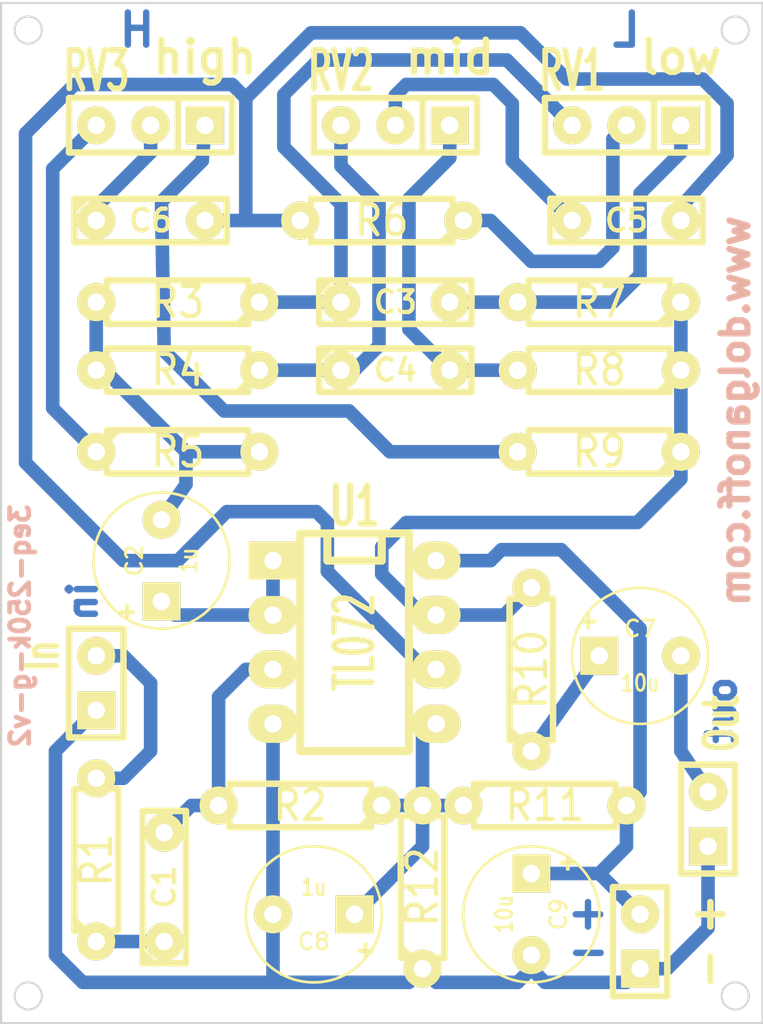
<source format=kicad_pcb>
(kicad_pcb (version 4) (host pcbnew "(2014-08-26 BZR 5101)-product")

  (general
    (links 44)
    (no_connects 0)
    (area 112.344999 76.149999 148.005001 123.875001)
    (thickness 1.6)
    (drawings 23)
    (tracks 141)
    (zones 0)
    (modules 28)
    (nets 22)
  )

  (page A4)
  (layers
    (0 F.Cu signal)
    (31 B.Cu signal)
    (32 B.Adhes user hide)
    (33 F.Adhes user hide)
    (34 B.Paste user hide)
    (35 F.Paste user hide)
    (36 B.SilkS user)
    (37 F.SilkS user)
    (38 B.Mask user)
    (39 F.Mask user)
    (40 Dwgs.User user)
    (41 Cmts.User user hide)
    (42 Eco1.User user hide)
    (43 Eco2.User user hide)
    (44 Edge.Cuts user)
    (45 Margin user hide)
    (46 B.CrtYd user hide)
    (47 F.CrtYd user hide)
    (48 B.Fab user hide)
    (49 F.Fab user hide)
  )

  (setup
    (last_trace_width 0.635)
    (trace_clearance 0.508)
    (zone_clearance 0.508)
    (zone_45_only no)
    (trace_min 0.254)
    (segment_width 0.2)
    (edge_width 0.1)
    (via_size 0.889)
    (via_drill 0.635)
    (via_min_size 0.889)
    (via_min_drill 0.508)
    (uvia_size 0.508)
    (uvia_drill 0.127)
    (uvias_allowed no)
    (uvia_min_size 0.508)
    (uvia_min_drill 0.127)
    (pcb_text_width 0.3)
    (pcb_text_size 1.5 1.5)
    (mod_edge_width 0.15)
    (mod_text_size 1 1)
    (mod_text_width 0.15)
    (pad_size 1.5 1.5)
    (pad_drill 0.6)
    (pad_to_mask_clearance 0)
    (aux_axis_origin 0 0)
    (visible_elements 7FFCFFFF)
    (pcbplotparams
      (layerselection 0x00000_80000000)
      (usegerberextensions false)
      (excludeedgelayer false)
      (linewidth 0.100000)
      (plotframeref false)
      (viasonmask false)
      (mode 1)
      (useauxorigin false)
      (hpglpennumber 1)
      (hpglpenspeed 20)
      (hpglpendiameter 15)
      (hpglpenoverlay 2)
      (psnegative false)
      (psa4output false)
      (plotreference true)
      (plotvalue false)
      (plotinvisibletext false)
      (padsonsilk true)
      (subtractmaskfromsilk false)
      (outputformat 4)
      (mirror true)
      (drillshape 2)
      (scaleselection 1)
      (outputdirectory ""))
  )

  (net 0 "")
  (net 1 "Net-(C1-Pad1)")
  (net 2 "Net-(C1-Pad2)")
  (net 3 "Net-(C2-Pad1)")
  (net 4 "Net-(C2-Pad2)")
  (net 5 "Net-(C3-Pad1)")
  (net 6 "Net-(C3-Pad2)")
  (net 7 "Net-(C4-Pad1)")
  (net 8 "Net-(C4-Pad2)")
  (net 9 "Net-(C5-Pad1)")
  (net 10 "Net-(C5-Pad2)")
  (net 11 "Net-(C6-Pad1)")
  (net 12 "Net-(C7-Pad1)")
  (net 13 "Net-(C7-Pad2)")
  (net 14 vRef)
  (net 15 GND)
  (net 16 v+)
  (net 17 "Net-(P1-Pad2)")
  (net 18 "Net-(R5-Pad1)")
  (net 19 "Net-(R6-Pad1)")
  (net 20 "Net-(R10-Pad2)")
  (net 21 "Net-(R9-Pad2)")

  (net_class Default "This is the default net class."
    (clearance 0.508)
    (trace_width 0.635)
    (via_dia 0.889)
    (via_drill 0.635)
    (uvia_dia 0.508)
    (uvia_drill 0.127)
    (add_net GND)
    (add_net "Net-(C1-Pad1)")
    (add_net "Net-(C1-Pad2)")
    (add_net "Net-(C2-Pad1)")
    (add_net "Net-(C2-Pad2)")
    (add_net "Net-(C3-Pad1)")
    (add_net "Net-(C3-Pad2)")
    (add_net "Net-(C4-Pad1)")
    (add_net "Net-(C4-Pad2)")
    (add_net "Net-(C5-Pad1)")
    (add_net "Net-(C5-Pad2)")
    (add_net "Net-(C6-Pad1)")
    (add_net "Net-(C7-Pad1)")
    (add_net "Net-(C7-Pad2)")
    (add_net "Net-(P1-Pad2)")
    (add_net "Net-(R10-Pad2)")
    (add_net "Net-(R5-Pad1)")
    (add_net "Net-(R6-Pad1)")
    (add_net "Net-(R9-Pad2)")
    (add_net v+)
    (add_net vRef)
  )

  (module Custom:C2-LARGE_PADS (layer F.Cu) (tedit 51B5A1DF) (tstamp 53FDE2E0)
    (at 120.015 117.475 90)
    (descr "Condensateur = 2 pas")
    (tags C)
    (path /53FDBB5C)
    (fp_text reference C1 (at 0 0 90) (layer F.SilkS)
      (effects (font (size 1.016 1.016) (thickness 0.2032)))
    )
    (fp_text value 0.1u (at 0 0 90) (layer F.SilkS) hide
      (effects (font (size 1.016 1.016) (thickness 0.2032)))
    )
    (fp_line (start -3.556 -1.016) (end 3.556 -1.016) (layer F.SilkS) (width 0.3048))
    (fp_line (start 3.556 -1.016) (end 3.556 1.016) (layer F.SilkS) (width 0.3048))
    (fp_line (start 3.556 1.016) (end -3.556 1.016) (layer F.SilkS) (width 0.3048))
    (fp_line (start -3.556 1.016) (end -3.556 -1.016) (layer F.SilkS) (width 0.3048))
    (fp_line (start -3.556 -0.508) (end -3.048 -1.016) (layer F.SilkS) (width 0.3048))
    (pad 1 thru_hole circle (at -2.54 0 90) (size 1.778 1.778) (drill 0.8128) (layers *.Cu *.Mask F.SilkS)
      (net 1 "Net-(C1-Pad1)"))
    (pad 2 thru_hole circle (at 2.54 0 90) (size 1.778 1.778) (drill 0.8128) (layers *.Cu *.Mask F.SilkS)
      (net 2 "Net-(C1-Pad2)"))
    (model discret/capa_2pas_5x5mm.wrl
      (at (xyz 0 0 0))
      (scale (xyz 1 1 1))
      (rotate (xyz 0 0 0))
    )
  )

  (module Custom:C1.5V7-LARGE_PADS (layer F.Cu) (tedit 53FDDD10) (tstamp 53FDE2E8)
    (at 119.888 102.235 90)
    (descr "Condensateur e = 1.5 pas")
    (tags C)
    (path /53FE7685)
    (fp_text reference C2 (at 0 -1.26746 90) (layer F.SilkS)
      (effects (font (size 0.762 0.762) (thickness 0.127)))
    )
    (fp_text value 1u (at 0 1.27 90) (layer F.SilkS)
      (effects (font (size 0.762 0.635) (thickness 0.127)))
    )
    (fp_text user + (at -2.413 -1.651 90) (layer F.SilkS)
      (effects (font (size 0.762 0.762) (thickness 0.2032)))
    )
    (fp_circle (center 0 0) (end 0.127 -3.175) (layer F.SilkS) (width 0.127))
    (pad 1 thru_hole rect (at -1.905 0 90) (size 1.778 1.778) (drill 0.8128) (layers *.Cu *.Mask F.SilkS)
      (net 3 "Net-(C2-Pad1)"))
    (pad 2 thru_hole circle (at 1.905 0 90) (size 1.778 1.778) (drill 0.8128) (layers *.Cu *.Mask F.SilkS)
      (net 4 "Net-(C2-Pad2)"))
    (model discret/c_vert_c1v5.wrl
      (at (xyz 0 0 0))
      (scale (xyz 1.5 1.5 1.5))
      (rotate (xyz 0 0 0))
    )
  )

  (module Custom:C2-LARGE_PADS (layer F.Cu) (tedit 51B5A1DF) (tstamp 53FDE2F3)
    (at 130.81 90.17)
    (descr "Condensateur = 2 pas")
    (tags C)
    (path /53FDC2BE)
    (fp_text reference C3 (at 0 0) (layer F.SilkS)
      (effects (font (size 1.016 1.016) (thickness 0.2032)))
    )
    (fp_text value 4.7n (at 0 0) (layer F.SilkS) hide
      (effects (font (size 1.016 1.016) (thickness 0.2032)))
    )
    (fp_line (start -3.556 -1.016) (end 3.556 -1.016) (layer F.SilkS) (width 0.3048))
    (fp_line (start 3.556 -1.016) (end 3.556 1.016) (layer F.SilkS) (width 0.3048))
    (fp_line (start 3.556 1.016) (end -3.556 1.016) (layer F.SilkS) (width 0.3048))
    (fp_line (start -3.556 1.016) (end -3.556 -1.016) (layer F.SilkS) (width 0.3048))
    (fp_line (start -3.556 -0.508) (end -3.048 -1.016) (layer F.SilkS) (width 0.3048))
    (pad 1 thru_hole circle (at -2.54 0) (size 1.778 1.778) (drill 0.8128) (layers *.Cu *.Mask F.SilkS)
      (net 5 "Net-(C3-Pad1)"))
    (pad 2 thru_hole circle (at 2.54 0) (size 1.778 1.778) (drill 0.8128) (layers *.Cu *.Mask F.SilkS)
      (net 6 "Net-(C3-Pad2)"))
    (model discret/capa_2pas_5x5mm.wrl
      (at (xyz 0 0 0))
      (scale (xyz 1 1 1))
      (rotate (xyz 0 0 0))
    )
  )

  (module Custom:C2-LARGE_PADS (layer F.Cu) (tedit 51B5A1DF) (tstamp 53FDE2FE)
    (at 130.81 93.345)
    (descr "Condensateur = 2 pas")
    (tags C)
    (path /53FDC47C)
    (fp_text reference C4 (at 0 0) (layer F.SilkS)
      (effects (font (size 1.016 1.016) (thickness 0.2032)))
    )
    (fp_text value 680p (at 0 0) (layer F.SilkS) hide
      (effects (font (size 1.016 1.016) (thickness 0.2032)))
    )
    (fp_line (start -3.556 -1.016) (end 3.556 -1.016) (layer F.SilkS) (width 0.3048))
    (fp_line (start 3.556 -1.016) (end 3.556 1.016) (layer F.SilkS) (width 0.3048))
    (fp_line (start 3.556 1.016) (end -3.556 1.016) (layer F.SilkS) (width 0.3048))
    (fp_line (start -3.556 1.016) (end -3.556 -1.016) (layer F.SilkS) (width 0.3048))
    (fp_line (start -3.556 -0.508) (end -3.048 -1.016) (layer F.SilkS) (width 0.3048))
    (pad 1 thru_hole circle (at -2.54 0) (size 1.778 1.778) (drill 0.8128) (layers *.Cu *.Mask F.SilkS)
      (net 7 "Net-(C4-Pad1)"))
    (pad 2 thru_hole circle (at 2.54 0) (size 1.778 1.778) (drill 0.8128) (layers *.Cu *.Mask F.SilkS)
      (net 8 "Net-(C4-Pad2)"))
    (model discret/capa_2pas_5x5mm.wrl
      (at (xyz 0 0 0))
      (scale (xyz 1 1 1))
      (rotate (xyz 0 0 0))
    )
  )

  (module Custom:C2-LARGE_PADS (layer F.Cu) (tedit 51B5A1DF) (tstamp 53FDE309)
    (at 141.605 86.36)
    (descr "Condensateur = 2 pas")
    (tags C)
    (path /53FDCAA8)
    (fp_text reference C5 (at 0 0) (layer F.SilkS)
      (effects (font (size 1.016 1.016) (thickness 0.2032)))
    )
    (fp_text value 4.7n (at 0 0) (layer F.SilkS) hide
      (effects (font (size 1.016 1.016) (thickness 0.2032)))
    )
    (fp_line (start -3.556 -1.016) (end 3.556 -1.016) (layer F.SilkS) (width 0.3048))
    (fp_line (start 3.556 -1.016) (end 3.556 1.016) (layer F.SilkS) (width 0.3048))
    (fp_line (start 3.556 1.016) (end -3.556 1.016) (layer F.SilkS) (width 0.3048))
    (fp_line (start -3.556 1.016) (end -3.556 -1.016) (layer F.SilkS) (width 0.3048))
    (fp_line (start -3.556 -0.508) (end -3.048 -1.016) (layer F.SilkS) (width 0.3048))
    (pad 1 thru_hole circle (at -2.54 0) (size 1.778 1.778) (drill 0.8128) (layers *.Cu *.Mask F.SilkS)
      (net 9 "Net-(C5-Pad1)"))
    (pad 2 thru_hole circle (at 2.54 0) (size 1.778 1.778) (drill 0.8128) (layers *.Cu *.Mask F.SilkS)
      (net 10 "Net-(C5-Pad2)"))
    (model discret/capa_2pas_5x5mm.wrl
      (at (xyz 0 0 0))
      (scale (xyz 1 1 1))
      (rotate (xyz 0 0 0))
    )
  )

  (module Custom:C2-LARGE_PADS (layer F.Cu) (tedit 51B5A1DF) (tstamp 53FDE314)
    (at 119.38 86.36)
    (descr "Condensateur = 2 pas")
    (tags C)
    (path /53FDCDDD)
    (fp_text reference C6 (at 0 0) (layer F.SilkS)
      (effects (font (size 1.016 1.016) (thickness 0.2032)))
    )
    (fp_text value 680p (at 0 0) (layer F.SilkS) hide
      (effects (font (size 1.016 1.016) (thickness 0.2032)))
    )
    (fp_line (start -3.556 -1.016) (end 3.556 -1.016) (layer F.SilkS) (width 0.3048))
    (fp_line (start 3.556 -1.016) (end 3.556 1.016) (layer F.SilkS) (width 0.3048))
    (fp_line (start 3.556 1.016) (end -3.556 1.016) (layer F.SilkS) (width 0.3048))
    (fp_line (start -3.556 1.016) (end -3.556 -1.016) (layer F.SilkS) (width 0.3048))
    (fp_line (start -3.556 -0.508) (end -3.048 -1.016) (layer F.SilkS) (width 0.3048))
    (pad 1 thru_hole circle (at -2.54 0) (size 1.778 1.778) (drill 0.8128) (layers *.Cu *.Mask F.SilkS)
      (net 11 "Net-(C6-Pad1)"))
    (pad 2 thru_hole circle (at 2.54 0) (size 1.778 1.778) (drill 0.8128) (layers *.Cu *.Mask F.SilkS)
      (net 10 "Net-(C5-Pad2)"))
    (model discret/capa_2pas_5x5mm.wrl
      (at (xyz 0 0 0))
      (scale (xyz 1 1 1))
      (rotate (xyz 0 0 0))
    )
  )

  (module Custom:C1.5V7-LARGE_PADS (layer F.Cu) (tedit 53FDDD10) (tstamp 53FFC72C)
    (at 142.24 106.68)
    (descr "Condensateur e = 1.5 pas")
    (tags C)
    (path /53FDE111)
    (fp_text reference C7 (at 0 -1.26746) (layer F.SilkS)
      (effects (font (size 0.762 0.762) (thickness 0.127)))
    )
    (fp_text value 10u (at 0 1.27) (layer F.SilkS)
      (effects (font (size 0.762 0.635) (thickness 0.127)))
    )
    (fp_text user + (at -2.413 -1.651) (layer F.SilkS)
      (effects (font (size 0.762 0.762) (thickness 0.2032)))
    )
    (fp_circle (center 0 0) (end 0.127 -3.175) (layer F.SilkS) (width 0.127))
    (pad 1 thru_hole rect (at -1.905 0) (size 1.778 1.778) (drill 0.8128) (layers *.Cu *.Mask F.SilkS)
      (net 12 "Net-(C7-Pad1)"))
    (pad 2 thru_hole circle (at 1.905 0) (size 1.778 1.778) (drill 0.8128) (layers *.Cu *.Mask F.SilkS)
      (net 13 "Net-(C7-Pad2)"))
    (model discret/c_vert_c1v5.wrl
      (at (xyz 0 0 0))
      (scale (xyz 1.5 1.5 1.5))
      (rotate (xyz 0 0 0))
    )
  )

  (module Custom:C1.5V7-LARGE_PADS (layer F.Cu) (tedit 53FDDD10) (tstamp 53FDE324)
    (at 127 118.745 180)
    (descr "Condensateur e = 1.5 pas")
    (tags C)
    (path /53FDFA0B)
    (fp_text reference C8 (at 0 -1.26746 180) (layer F.SilkS)
      (effects (font (size 0.762 0.762) (thickness 0.127)))
    )
    (fp_text value 1u (at 0 1.27 180) (layer F.SilkS)
      (effects (font (size 0.762 0.635) (thickness 0.127)))
    )
    (fp_text user + (at -2.413 -1.651 180) (layer F.SilkS)
      (effects (font (size 0.762 0.762) (thickness 0.2032)))
    )
    (fp_circle (center 0 0) (end 0.127 -3.175) (layer F.SilkS) (width 0.127))
    (pad 1 thru_hole rect (at -1.905 0 180) (size 1.778 1.778) (drill 0.8128) (layers *.Cu *.Mask F.SilkS)
      (net 14 vRef))
    (pad 2 thru_hole circle (at 1.905 0 180) (size 1.778 1.778) (drill 0.8128) (layers *.Cu *.Mask F.SilkS)
      (net 15 GND))
    (model discret/c_vert_c1v5.wrl
      (at (xyz 0 0 0))
      (scale (xyz 1.5 1.5 1.5))
      (rotate (xyz 0 0 0))
    )
  )

  (module Custom:C1.5V7-LARGE_PADS (layer F.Cu) (tedit 53FDDD10) (tstamp 53FDE32C)
    (at 137.16 118.745 270)
    (descr "Condensateur e = 1.5 pas")
    (tags C)
    (path /53FDFBF8)
    (fp_text reference C9 (at 0 -1.26746 270) (layer F.SilkS)
      (effects (font (size 0.762 0.762) (thickness 0.127)))
    )
    (fp_text value 10u (at 0 1.27 270) (layer F.SilkS)
      (effects (font (size 0.762 0.635) (thickness 0.127)))
    )
    (fp_text user + (at -2.413 -1.651 270) (layer F.SilkS)
      (effects (font (size 0.762 0.762) (thickness 0.2032)))
    )
    (fp_circle (center 0 0) (end 0.127 -3.175) (layer F.SilkS) (width 0.127))
    (pad 1 thru_hole rect (at -1.905 0 270) (size 1.778 1.778) (drill 0.8128) (layers *.Cu *.Mask F.SilkS)
      (net 16 v+))
    (pad 2 thru_hole circle (at 1.905 0 270) (size 1.778 1.778) (drill 0.8128) (layers *.Cu *.Mask F.SilkS)
      (net 15 GND))
    (model discret/c_vert_c1v5.wrl
      (at (xyz 0 0 0))
      (scale (xyz 1.5 1.5 1.5))
      (rotate (xyz 0 0 0))
    )
  )

  (module Custom:SIL-2-LARGE_PADS (layer F.Cu) (tedit 53FE459A) (tstamp 53FDE336)
    (at 116.84 107.95 90)
    (descr "Connecteurs 2 pins")
    (tags "CONN DEV")
    (path /53FDEDC6)
    (fp_text reference P1 (at 0 -2.54 90) (layer F.SilkS) hide
      (effects (font (size 1.72974 1.08712) (thickness 0.27178)))
    )
    (fp_text value In (at 1.27 -2.54 90) (layer F.SilkS)
      (effects (font (size 1.524 1.016) (thickness 0.254)))
    )
    (fp_line (start -2.54 1.27) (end -2.54 -1.27) (layer F.SilkS) (width 0.3048))
    (fp_line (start -2.54 -1.27) (end 2.54 -1.27) (layer F.SilkS) (width 0.3048))
    (fp_line (start 2.54 -1.27) (end 2.54 1.27) (layer F.SilkS) (width 0.3048))
    (fp_line (start 2.54 1.27) (end -2.54 1.27) (layer F.SilkS) (width 0.3048))
    (pad 1 thru_hole rect (at -1.27 0 90) (size 1.778 1.778) (drill 0.8128) (layers *.Cu *.Mask F.SilkS)
      (net 15 GND))
    (pad 2 thru_hole circle (at 1.27 0 90) (size 1.778 1.778) (drill 0.8128) (layers *.Cu *.Mask F.SilkS)
      (net 17 "Net-(P1-Pad2)"))
  )

  (module Custom:SIL-2-LARGE_PADS (layer F.Cu) (tedit 53FE45B1) (tstamp 53FDE340)
    (at 145.415 114.3 90)
    (descr "Connecteurs 2 pins")
    (tags "CONN DEV")
    (path /53FDE8A1)
    (fp_text reference P2 (at 2.54 -2.54 90) (layer F.SilkS) hide
      (effects (font (size 1.72974 1.08712) (thickness 0.27178)))
    )
    (fp_text value Out (at 4.445 0.635 90) (layer F.SilkS)
      (effects (font (size 1.524 1.016) (thickness 0.254)))
    )
    (fp_line (start -2.54 1.27) (end -2.54 -1.27) (layer F.SilkS) (width 0.3048))
    (fp_line (start -2.54 -1.27) (end 2.54 -1.27) (layer F.SilkS) (width 0.3048))
    (fp_line (start 2.54 -1.27) (end 2.54 1.27) (layer F.SilkS) (width 0.3048))
    (fp_line (start 2.54 1.27) (end -2.54 1.27) (layer F.SilkS) (width 0.3048))
    (pad 1 thru_hole rect (at -1.27 0 90) (size 1.778 1.778) (drill 0.8128) (layers *.Cu *.Mask F.SilkS)
      (net 15 GND))
    (pad 2 thru_hole circle (at 1.27 0 90) (size 1.778 1.778) (drill 0.8128) (layers *.Cu *.Mask F.SilkS)
      (net 13 "Net-(C7-Pad2)"))
  )

  (module Custom:SIL-2-LARGE_PADS (layer F.Cu) (tedit 53FE3610) (tstamp 53FDE34A)
    (at 142.24 120.015 90)
    (descr "Connecteurs 2 pins")
    (tags "CONN DEV")
    (path /53FE0641)
    (fp_text reference P3 (at 0 -2.54 90) (layer F.SilkS) hide
      (effects (font (size 1.72974 1.08712) (thickness 0.27178)))
    )
    (fp_text value Power (at 0 -2.54 90) (layer F.SilkS) hide
      (effects (font (size 1.524 1.016) (thickness 0.3048)))
    )
    (fp_line (start -2.54 1.27) (end -2.54 -1.27) (layer F.SilkS) (width 0.3048))
    (fp_line (start -2.54 -1.27) (end 2.54 -1.27) (layer F.SilkS) (width 0.3048))
    (fp_line (start 2.54 -1.27) (end 2.54 1.27) (layer F.SilkS) (width 0.3048))
    (fp_line (start 2.54 1.27) (end -2.54 1.27) (layer F.SilkS) (width 0.3048))
    (pad 1 thru_hole rect (at -1.27 0 90) (size 1.778 1.778) (drill 0.8128) (layers *.Cu *.Mask F.SilkS)
      (net 15 GND))
    (pad 2 thru_hole circle (at 1.27 0 90) (size 1.778 1.778) (drill 0.8128) (layers *.Cu *.Mask F.SilkS)
      (net 16 v+))
  )

  (module Custom:R3-LARGE_PADS (layer F.Cu) (tedit 51B5A1F4) (tstamp 53FDE358)
    (at 116.84 116.205 90)
    (descr "Resitance 3 pas")
    (tags R)
    (path /53FDBB22)
    (autoplace_cost180 10)
    (fp_text reference R1 (at 0 0 90) (layer F.SilkS)
      (effects (font (size 1.397 1.27) (thickness 0.2032)))
    )
    (fp_text value 1K (at 0 0 90) (layer F.SilkS) hide
      (effects (font (size 1.397 1.27) (thickness 0.2032)))
    )
    (fp_line (start -3.81 0) (end -3.302 0) (layer F.SilkS) (width 0.3048))
    (fp_line (start 3.81 0) (end 3.302 0) (layer F.SilkS) (width 0.3048))
    (fp_line (start 3.302 0) (end 3.302 -1.016) (layer F.SilkS) (width 0.3048))
    (fp_line (start 3.302 -1.016) (end -3.302 -1.016) (layer F.SilkS) (width 0.3048))
    (fp_line (start -3.302 -1.016) (end -3.302 1.016) (layer F.SilkS) (width 0.3048))
    (fp_line (start -3.302 1.016) (end 3.302 1.016) (layer F.SilkS) (width 0.3048))
    (fp_line (start 3.302 1.016) (end 3.302 0) (layer F.SilkS) (width 0.3048))
    (fp_line (start -3.302 -0.508) (end -2.794 -1.016) (layer F.SilkS) (width 0.3048))
    (pad 1 thru_hole circle (at -3.81 0 90) (size 1.778 1.778) (drill 0.8128) (layers *.Cu *.Mask F.SilkS)
      (net 1 "Net-(C1-Pad1)"))
    (pad 2 thru_hole circle (at 3.81 0 90) (size 1.778 1.778) (drill 0.8128) (layers *.Cu *.Mask F.SilkS)
      (net 17 "Net-(P1-Pad2)"))
    (model discret/resistor.wrl
      (at (xyz 0 0 0))
      (scale (xyz 0.3 0.3 0.3))
      (rotate (xyz 0 0 0))
    )
  )

  (module Custom:R3-LARGE_PADS (layer F.Cu) (tedit 51B5A1F4) (tstamp 53FDE366)
    (at 126.365 113.665 180)
    (descr "Resitance 3 pas")
    (tags R)
    (path /53FDBBE1)
    (autoplace_cost180 10)
    (fp_text reference R2 (at 0 0 180) (layer F.SilkS)
      (effects (font (size 1.397 1.27) (thickness 0.2032)))
    )
    (fp_text value 5Meg (at 0 0 180) (layer F.SilkS) hide
      (effects (font (size 1.397 1.27) (thickness 0.2032)))
    )
    (fp_line (start -3.81 0) (end -3.302 0) (layer F.SilkS) (width 0.3048))
    (fp_line (start 3.81 0) (end 3.302 0) (layer F.SilkS) (width 0.3048))
    (fp_line (start 3.302 0) (end 3.302 -1.016) (layer F.SilkS) (width 0.3048))
    (fp_line (start 3.302 -1.016) (end -3.302 -1.016) (layer F.SilkS) (width 0.3048))
    (fp_line (start -3.302 -1.016) (end -3.302 1.016) (layer F.SilkS) (width 0.3048))
    (fp_line (start -3.302 1.016) (end 3.302 1.016) (layer F.SilkS) (width 0.3048))
    (fp_line (start 3.302 1.016) (end 3.302 0) (layer F.SilkS) (width 0.3048))
    (fp_line (start -3.302 -0.508) (end -2.794 -1.016) (layer F.SilkS) (width 0.3048))
    (pad 1 thru_hole circle (at -3.81 0 180) (size 1.778 1.778) (drill 0.8128) (layers *.Cu *.Mask F.SilkS)
      (net 14 vRef))
    (pad 2 thru_hole circle (at 3.81 0 180) (size 1.778 1.778) (drill 0.8128) (layers *.Cu *.Mask F.SilkS)
      (net 2 "Net-(C1-Pad2)"))
    (model discret/resistor.wrl
      (at (xyz 0 0 0))
      (scale (xyz 0.3 0.3 0.3))
      (rotate (xyz 0 0 0))
    )
  )

  (module Custom:R3-LARGE_PADS (layer F.Cu) (tedit 51B5A1F4) (tstamp 53FDE374)
    (at 120.65 90.17 180)
    (descr "Resitance 3 pas")
    (tags R)
    (path /53FDC007)
    (autoplace_cost180 10)
    (fp_text reference R3 (at 0 0 180) (layer F.SilkS)
      (effects (font (size 1.397 1.27) (thickness 0.2032)))
    )
    (fp_text value 47K (at 0 0 180) (layer F.SilkS) hide
      (effects (font (size 1.397 1.27) (thickness 0.2032)))
    )
    (fp_line (start -3.81 0) (end -3.302 0) (layer F.SilkS) (width 0.3048))
    (fp_line (start 3.81 0) (end 3.302 0) (layer F.SilkS) (width 0.3048))
    (fp_line (start 3.302 0) (end 3.302 -1.016) (layer F.SilkS) (width 0.3048))
    (fp_line (start 3.302 -1.016) (end -3.302 -1.016) (layer F.SilkS) (width 0.3048))
    (fp_line (start -3.302 -1.016) (end -3.302 1.016) (layer F.SilkS) (width 0.3048))
    (fp_line (start -3.302 1.016) (end 3.302 1.016) (layer F.SilkS) (width 0.3048))
    (fp_line (start 3.302 1.016) (end 3.302 0) (layer F.SilkS) (width 0.3048))
    (fp_line (start -3.302 -0.508) (end -2.794 -1.016) (layer F.SilkS) (width 0.3048))
    (pad 1 thru_hole circle (at -3.81 0 180) (size 1.778 1.778) (drill 0.8128) (layers *.Cu *.Mask F.SilkS)
      (net 5 "Net-(C3-Pad1)"))
    (pad 2 thru_hole circle (at 3.81 0 180) (size 1.778 1.778) (drill 0.8128) (layers *.Cu *.Mask F.SilkS)
      (net 4 "Net-(C2-Pad2)"))
    (model discret/resistor.wrl
      (at (xyz 0 0 0))
      (scale (xyz 0.3 0.3 0.3))
      (rotate (xyz 0 0 0))
    )
  )

  (module Custom:R3-LARGE_PADS (layer F.Cu) (tedit 51B5A1F4) (tstamp 53FDE382)
    (at 120.65 93.345 180)
    (descr "Resitance 3 pas")
    (tags R)
    (path /53FDC033)
    (autoplace_cost180 10)
    (fp_text reference R4 (at 0 0 180) (layer F.SilkS)
      (effects (font (size 1.397 1.27) (thickness 0.2032)))
    )
    (fp_text value 15K (at 0 0 180) (layer F.SilkS) hide
      (effects (font (size 1.397 1.27) (thickness 0.2032)))
    )
    (fp_line (start -3.81 0) (end -3.302 0) (layer F.SilkS) (width 0.3048))
    (fp_line (start 3.81 0) (end 3.302 0) (layer F.SilkS) (width 0.3048))
    (fp_line (start 3.302 0) (end 3.302 -1.016) (layer F.SilkS) (width 0.3048))
    (fp_line (start 3.302 -1.016) (end -3.302 -1.016) (layer F.SilkS) (width 0.3048))
    (fp_line (start -3.302 -1.016) (end -3.302 1.016) (layer F.SilkS) (width 0.3048))
    (fp_line (start -3.302 1.016) (end 3.302 1.016) (layer F.SilkS) (width 0.3048))
    (fp_line (start 3.302 1.016) (end 3.302 0) (layer F.SilkS) (width 0.3048))
    (fp_line (start -3.302 -0.508) (end -2.794 -1.016) (layer F.SilkS) (width 0.3048))
    (pad 1 thru_hole circle (at -3.81 0 180) (size 1.778 1.778) (drill 0.8128) (layers *.Cu *.Mask F.SilkS)
      (net 7 "Net-(C4-Pad1)"))
    (pad 2 thru_hole circle (at 3.81 0 180) (size 1.778 1.778) (drill 0.8128) (layers *.Cu *.Mask F.SilkS)
      (net 4 "Net-(C2-Pad2)"))
    (model discret/resistor.wrl
      (at (xyz 0 0 0))
      (scale (xyz 0.3 0.3 0.3))
      (rotate (xyz 0 0 0))
    )
  )

  (module Custom:R3-LARGE_PADS (layer F.Cu) (tedit 51B5A1F4) (tstamp 53FDE390)
    (at 120.65 97.155)
    (descr "Resitance 3 pas")
    (tags R)
    (path /53FDCD67)
    (autoplace_cost180 10)
    (fp_text reference R5 (at 0 0) (layer F.SilkS)
      (effects (font (size 1.397 1.27) (thickness 0.2032)))
    )
    (fp_text value 10K (at 0 0) (layer F.SilkS) hide
      (effects (font (size 1.397 1.27) (thickness 0.2032)))
    )
    (fp_line (start -3.81 0) (end -3.302 0) (layer F.SilkS) (width 0.3048))
    (fp_line (start 3.81 0) (end 3.302 0) (layer F.SilkS) (width 0.3048))
    (fp_line (start 3.302 0) (end 3.302 -1.016) (layer F.SilkS) (width 0.3048))
    (fp_line (start 3.302 -1.016) (end -3.302 -1.016) (layer F.SilkS) (width 0.3048))
    (fp_line (start -3.302 -1.016) (end -3.302 1.016) (layer F.SilkS) (width 0.3048))
    (fp_line (start -3.302 1.016) (end 3.302 1.016) (layer F.SilkS) (width 0.3048))
    (fp_line (start 3.302 1.016) (end 3.302 0) (layer F.SilkS) (width 0.3048))
    (fp_line (start -3.302 -0.508) (end -2.794 -1.016) (layer F.SilkS) (width 0.3048))
    (pad 1 thru_hole circle (at -3.81 0) (size 1.778 1.778) (drill 0.8128) (layers *.Cu *.Mask F.SilkS)
      (net 18 "Net-(R5-Pad1)"))
    (pad 2 thru_hole circle (at 3.81 0) (size 1.778 1.778) (drill 0.8128) (layers *.Cu *.Mask F.SilkS)
      (net 4 "Net-(C2-Pad2)"))
    (model discret/resistor.wrl
      (at (xyz 0 0 0))
      (scale (xyz 0.3 0.3 0.3))
      (rotate (xyz 0 0 0))
    )
  )

  (module Custom:R3-LARGE_PADS (layer F.Cu) (tedit 51B5A1F4) (tstamp 53FDE39E)
    (at 130.175 86.36 180)
    (descr "Resitance 3 pas")
    (tags R)
    (path /53FDC703)
    (autoplace_cost180 10)
    (fp_text reference R6 (at 0 0 180) (layer F.SilkS)
      (effects (font (size 1.397 1.27) (thickness 0.2032)))
    )
    (fp_text value 22K (at 0 0 180) (layer F.SilkS) hide
      (effects (font (size 1.397 1.27) (thickness 0.2032)))
    )
    (fp_line (start -3.81 0) (end -3.302 0) (layer F.SilkS) (width 0.3048))
    (fp_line (start 3.81 0) (end 3.302 0) (layer F.SilkS) (width 0.3048))
    (fp_line (start 3.302 0) (end 3.302 -1.016) (layer F.SilkS) (width 0.3048))
    (fp_line (start 3.302 -1.016) (end -3.302 -1.016) (layer F.SilkS) (width 0.3048))
    (fp_line (start -3.302 -1.016) (end -3.302 1.016) (layer F.SilkS) (width 0.3048))
    (fp_line (start -3.302 1.016) (end 3.302 1.016) (layer F.SilkS) (width 0.3048))
    (fp_line (start 3.302 1.016) (end 3.302 0) (layer F.SilkS) (width 0.3048))
    (fp_line (start -3.302 -0.508) (end -2.794 -1.016) (layer F.SilkS) (width 0.3048))
    (pad 1 thru_hole circle (at -3.81 0 180) (size 1.778 1.778) (drill 0.8128) (layers *.Cu *.Mask F.SilkS)
      (net 19 "Net-(R6-Pad1)"))
    (pad 2 thru_hole circle (at 3.81 0 180) (size 1.778 1.778) (drill 0.8128) (layers *.Cu *.Mask F.SilkS)
      (net 10 "Net-(C5-Pad2)"))
    (model discret/resistor.wrl
      (at (xyz 0 0 0))
      (scale (xyz 0.3 0.3 0.3))
      (rotate (xyz 0 0 0))
    )
  )

  (module Custom:R3-LARGE_PADS (layer F.Cu) (tedit 51B5A1F4) (tstamp 53FDE3AC)
    (at 140.335 90.17 180)
    (descr "Resitance 3 pas")
    (tags R)
    (path /53FDC2F0)
    (autoplace_cost180 10)
    (fp_text reference R7 (at 0 0 180) (layer F.SilkS)
      (effects (font (size 1.397 1.27) (thickness 0.2032)))
    )
    (fp_text value 47K (at 0 0 180) (layer F.SilkS) hide
      (effects (font (size 1.397 1.27) (thickness 0.2032)))
    )
    (fp_line (start -3.81 0) (end -3.302 0) (layer F.SilkS) (width 0.3048))
    (fp_line (start 3.81 0) (end 3.302 0) (layer F.SilkS) (width 0.3048))
    (fp_line (start 3.302 0) (end 3.302 -1.016) (layer F.SilkS) (width 0.3048))
    (fp_line (start 3.302 -1.016) (end -3.302 -1.016) (layer F.SilkS) (width 0.3048))
    (fp_line (start -3.302 -1.016) (end -3.302 1.016) (layer F.SilkS) (width 0.3048))
    (fp_line (start -3.302 1.016) (end 3.302 1.016) (layer F.SilkS) (width 0.3048))
    (fp_line (start 3.302 1.016) (end 3.302 0) (layer F.SilkS) (width 0.3048))
    (fp_line (start -3.302 -0.508) (end -2.794 -1.016) (layer F.SilkS) (width 0.3048))
    (pad 1 thru_hole circle (at -3.81 0 180) (size 1.778 1.778) (drill 0.8128) (layers *.Cu *.Mask F.SilkS)
      (net 20 "Net-(R10-Pad2)"))
    (pad 2 thru_hole circle (at 3.81 0 180) (size 1.778 1.778) (drill 0.8128) (layers *.Cu *.Mask F.SilkS)
      (net 6 "Net-(C3-Pad2)"))
    (model discret/resistor.wrl
      (at (xyz 0 0 0))
      (scale (xyz 0.3 0.3 0.3))
      (rotate (xyz 0 0 0))
    )
  )

  (module Custom:R3-LARGE_PADS (layer F.Cu) (tedit 51B5A1F4) (tstamp 53FDE3BA)
    (at 140.335 93.345 180)
    (descr "Resitance 3 pas")
    (tags R)
    (path /53FDC506)
    (autoplace_cost180 10)
    (fp_text reference R8 (at 0 0 180) (layer F.SilkS)
      (effects (font (size 1.397 1.27) (thickness 0.2032)))
    )
    (fp_text value 15K (at 0 0 180) (layer F.SilkS) hide
      (effects (font (size 1.397 1.27) (thickness 0.2032)))
    )
    (fp_line (start -3.81 0) (end -3.302 0) (layer F.SilkS) (width 0.3048))
    (fp_line (start 3.81 0) (end 3.302 0) (layer F.SilkS) (width 0.3048))
    (fp_line (start 3.302 0) (end 3.302 -1.016) (layer F.SilkS) (width 0.3048))
    (fp_line (start 3.302 -1.016) (end -3.302 -1.016) (layer F.SilkS) (width 0.3048))
    (fp_line (start -3.302 -1.016) (end -3.302 1.016) (layer F.SilkS) (width 0.3048))
    (fp_line (start -3.302 1.016) (end 3.302 1.016) (layer F.SilkS) (width 0.3048))
    (fp_line (start 3.302 1.016) (end 3.302 0) (layer F.SilkS) (width 0.3048))
    (fp_line (start -3.302 -0.508) (end -2.794 -1.016) (layer F.SilkS) (width 0.3048))
    (pad 1 thru_hole circle (at -3.81 0 180) (size 1.778 1.778) (drill 0.8128) (layers *.Cu *.Mask F.SilkS)
      (net 20 "Net-(R10-Pad2)"))
    (pad 2 thru_hole circle (at 3.81 0 180) (size 1.778 1.778) (drill 0.8128) (layers *.Cu *.Mask F.SilkS)
      (net 8 "Net-(C4-Pad2)"))
    (model discret/resistor.wrl
      (at (xyz 0 0 0))
      (scale (xyz 0.3 0.3 0.3))
      (rotate (xyz 0 0 0))
    )
  )

  (module Custom:R3-LARGE_PADS (layer F.Cu) (tedit 51B5A1F4) (tstamp 53FDE3C8)
    (at 140.335 97.155 180)
    (descr "Resitance 3 pas")
    (tags R)
    (path /53FDC064)
    (autoplace_cost180 10)
    (fp_text reference R9 (at 0 0 180) (layer F.SilkS)
      (effects (font (size 1.397 1.27) (thickness 0.2032)))
    )
    (fp_text value 10K (at 0 0 180) (layer F.SilkS) hide
      (effects (font (size 1.397 1.27) (thickness 0.2032)))
    )
    (fp_line (start -3.81 0) (end -3.302 0) (layer F.SilkS) (width 0.3048))
    (fp_line (start 3.81 0) (end 3.302 0) (layer F.SilkS) (width 0.3048))
    (fp_line (start 3.302 0) (end 3.302 -1.016) (layer F.SilkS) (width 0.3048))
    (fp_line (start 3.302 -1.016) (end -3.302 -1.016) (layer F.SilkS) (width 0.3048))
    (fp_line (start -3.302 -1.016) (end -3.302 1.016) (layer F.SilkS) (width 0.3048))
    (fp_line (start -3.302 1.016) (end 3.302 1.016) (layer F.SilkS) (width 0.3048))
    (fp_line (start 3.302 1.016) (end 3.302 0) (layer F.SilkS) (width 0.3048))
    (fp_line (start -3.302 -0.508) (end -2.794 -1.016) (layer F.SilkS) (width 0.3048))
    (pad 1 thru_hole circle (at -3.81 0 180) (size 1.778 1.778) (drill 0.8128) (layers *.Cu *.Mask F.SilkS)
      (net 20 "Net-(R10-Pad2)"))
    (pad 2 thru_hole circle (at 3.81 0 180) (size 1.778 1.778) (drill 0.8128) (layers *.Cu *.Mask F.SilkS)
      (net 21 "Net-(R9-Pad2)"))
    (model discret/resistor.wrl
      (at (xyz 0 0 0))
      (scale (xyz 0.3 0.3 0.3))
      (rotate (xyz 0 0 0))
    )
  )

  (module Custom:R3-LARGE_PADS (layer F.Cu) (tedit 51B5A1F4) (tstamp 53FDE3D6)
    (at 137.16 107.315 90)
    (descr "Resitance 3 pas")
    (tags R)
    (path /53FDE08B)
    (autoplace_cost180 10)
    (fp_text reference R10 (at 0 0 90) (layer F.SilkS)
      (effects (font (size 1.397 1.27) (thickness 0.2032)))
    )
    (fp_text value 500 (at 0 0 90) (layer F.SilkS) hide
      (effects (font (size 1.397 1.27) (thickness 0.2032)))
    )
    (fp_line (start -3.81 0) (end -3.302 0) (layer F.SilkS) (width 0.3048))
    (fp_line (start 3.81 0) (end 3.302 0) (layer F.SilkS) (width 0.3048))
    (fp_line (start 3.302 0) (end 3.302 -1.016) (layer F.SilkS) (width 0.3048))
    (fp_line (start 3.302 -1.016) (end -3.302 -1.016) (layer F.SilkS) (width 0.3048))
    (fp_line (start -3.302 -1.016) (end -3.302 1.016) (layer F.SilkS) (width 0.3048))
    (fp_line (start -3.302 1.016) (end 3.302 1.016) (layer F.SilkS) (width 0.3048))
    (fp_line (start 3.302 1.016) (end 3.302 0) (layer F.SilkS) (width 0.3048))
    (fp_line (start -3.302 -0.508) (end -2.794 -1.016) (layer F.SilkS) (width 0.3048))
    (pad 1 thru_hole circle (at -3.81 0 90) (size 1.778 1.778) (drill 0.8128) (layers *.Cu *.Mask F.SilkS)
      (net 12 "Net-(C7-Pad1)"))
    (pad 2 thru_hole circle (at 3.81 0 90) (size 1.778 1.778) (drill 0.8128) (layers *.Cu *.Mask F.SilkS)
      (net 20 "Net-(R10-Pad2)"))
    (model discret/resistor.wrl
      (at (xyz 0 0 0))
      (scale (xyz 0.3 0.3 0.3))
      (rotate (xyz 0 0 0))
    )
  )

  (module Custom:R3-LARGE_PADS (layer F.Cu) (tedit 51B5A1F4) (tstamp 53FDE3E4)
    (at 137.795 113.665)
    (descr "Resitance 3 pas")
    (tags R)
    (path /53FDF903)
    (autoplace_cost180 10)
    (fp_text reference R11 (at 0 0) (layer F.SilkS)
      (effects (font (size 1.397 1.27) (thickness 0.2032)))
    )
    (fp_text value 100K (at 0 0) (layer F.SilkS) hide
      (effects (font (size 1.397 1.27) (thickness 0.2032)))
    )
    (fp_line (start -3.81 0) (end -3.302 0) (layer F.SilkS) (width 0.3048))
    (fp_line (start 3.81 0) (end 3.302 0) (layer F.SilkS) (width 0.3048))
    (fp_line (start 3.302 0) (end 3.302 -1.016) (layer F.SilkS) (width 0.3048))
    (fp_line (start 3.302 -1.016) (end -3.302 -1.016) (layer F.SilkS) (width 0.3048))
    (fp_line (start -3.302 -1.016) (end -3.302 1.016) (layer F.SilkS) (width 0.3048))
    (fp_line (start -3.302 1.016) (end 3.302 1.016) (layer F.SilkS) (width 0.3048))
    (fp_line (start 3.302 1.016) (end 3.302 0) (layer F.SilkS) (width 0.3048))
    (fp_line (start -3.302 -0.508) (end -2.794 -1.016) (layer F.SilkS) (width 0.3048))
    (pad 1 thru_hole circle (at -3.81 0) (size 1.778 1.778) (drill 0.8128) (layers *.Cu *.Mask F.SilkS)
      (net 14 vRef))
    (pad 2 thru_hole circle (at 3.81 0) (size 1.778 1.778) (drill 0.8128) (layers *.Cu *.Mask F.SilkS)
      (net 16 v+))
    (model discret/resistor.wrl
      (at (xyz 0 0 0))
      (scale (xyz 0.3 0.3 0.3))
      (rotate (xyz 0 0 0))
    )
  )

  (module Custom:R3-LARGE_PADS (layer F.Cu) (tedit 51B5A1F4) (tstamp 53FDE3F2)
    (at 132.08 117.475 90)
    (descr "Resitance 3 pas")
    (tags R)
    (path /53FDF96E)
    (autoplace_cost180 10)
    (fp_text reference R12 (at 0 0 90) (layer F.SilkS)
      (effects (font (size 1.397 1.27) (thickness 0.2032)))
    )
    (fp_text value 100K (at 0 0 90) (layer F.SilkS) hide
      (effects (font (size 1.397 1.27) (thickness 0.2032)))
    )
    (fp_line (start -3.81 0) (end -3.302 0) (layer F.SilkS) (width 0.3048))
    (fp_line (start 3.81 0) (end 3.302 0) (layer F.SilkS) (width 0.3048))
    (fp_line (start 3.302 0) (end 3.302 -1.016) (layer F.SilkS) (width 0.3048))
    (fp_line (start 3.302 -1.016) (end -3.302 -1.016) (layer F.SilkS) (width 0.3048))
    (fp_line (start -3.302 -1.016) (end -3.302 1.016) (layer F.SilkS) (width 0.3048))
    (fp_line (start -3.302 1.016) (end 3.302 1.016) (layer F.SilkS) (width 0.3048))
    (fp_line (start 3.302 1.016) (end 3.302 0) (layer F.SilkS) (width 0.3048))
    (fp_line (start -3.302 -0.508) (end -2.794 -1.016) (layer F.SilkS) (width 0.3048))
    (pad 1 thru_hole circle (at -3.81 0 90) (size 1.778 1.778) (drill 0.8128) (layers *.Cu *.Mask F.SilkS)
      (net 15 GND))
    (pad 2 thru_hole circle (at 3.81 0 90) (size 1.778 1.778) (drill 0.8128) (layers *.Cu *.Mask F.SilkS)
      (net 14 vRef))
    (model discret/resistor.wrl
      (at (xyz 0 0 0))
      (scale (xyz 0.3 0.3 0.3))
      (rotate (xyz 0 0 0))
    )
  )

  (module Custom:SIL-3-LARGE_PADS (layer F.Cu) (tedit 53FE4770) (tstamp 53FDE3FE)
    (at 141.605 81.915 180)
    (descr "Connecteur 3 pins")
    (tags "CONN DEV")
    (path /53FDC298)
    (fp_text reference RV1 (at 2.54 2.54 180) (layer F.SilkS)
      (effects (font (size 1.7907 1.07696) (thickness 0.26924)))
    )
    (fp_text value "B 250K" (at 0 -2.286 180) (layer F.SilkS) hide
      (effects (font (size 1.524 1.016) (thickness 0.3048)))
    )
    (fp_line (start -3.81 1.27) (end -3.81 -1.27) (layer F.SilkS) (width 0.3048))
    (fp_line (start -3.81 -1.27) (end 3.81 -1.27) (layer F.SilkS) (width 0.3048))
    (fp_line (start 3.81 -1.27) (end 3.81 1.27) (layer F.SilkS) (width 0.3048))
    (fp_line (start 3.81 1.27) (end -3.81 1.27) (layer F.SilkS) (width 0.3048))
    (fp_line (start -1.27 -1.27) (end -1.27 1.27) (layer F.SilkS) (width 0.3048))
    (pad 1 thru_hole rect (at -2.54 0 180) (size 1.778 1.778) (drill 0.8128) (layers *.Cu *.Mask F.SilkS)
      (net 6 "Net-(C3-Pad2)"))
    (pad 2 thru_hole circle (at 0 0 180) (size 1.778 1.778) (drill 0.8128) (layers *.Cu *.Mask F.SilkS)
      (net 19 "Net-(R6-Pad1)"))
    (pad 3 thru_hole circle (at 2.54 0 180) (size 1.778 1.778) (drill 0.8128) (layers *.Cu *.Mask F.SilkS)
      (net 5 "Net-(C3-Pad1)"))
  )

  (module Custom:SIL-3-LARGE_PADS (layer F.Cu) (tedit 53FE476D) (tstamp 53FDE40A)
    (at 130.81 81.915 180)
    (descr "Connecteur 3 pins")
    (tags "CONN DEV")
    (path /53FDC4B0)
    (fp_text reference RV2 (at 2.54 2.54 180) (layer F.SilkS)
      (effects (font (size 1.7907 1.07696) (thickness 0.26924)))
    )
    (fp_text value "B 250K" (at 0 -2.286 180) (layer F.SilkS) hide
      (effects (font (size 1.524 1.016) (thickness 0.3048)))
    )
    (fp_line (start -3.81 1.27) (end -3.81 -1.27) (layer F.SilkS) (width 0.3048))
    (fp_line (start -3.81 -1.27) (end 3.81 -1.27) (layer F.SilkS) (width 0.3048))
    (fp_line (start 3.81 -1.27) (end 3.81 1.27) (layer F.SilkS) (width 0.3048))
    (fp_line (start 3.81 1.27) (end -3.81 1.27) (layer F.SilkS) (width 0.3048))
    (fp_line (start -1.27 -1.27) (end -1.27 1.27) (layer F.SilkS) (width 0.3048))
    (pad 1 thru_hole rect (at -2.54 0 180) (size 1.778 1.778) (drill 0.8128) (layers *.Cu *.Mask F.SilkS)
      (net 8 "Net-(C4-Pad2)"))
    (pad 2 thru_hole circle (at 0 0 180) (size 1.778 1.778) (drill 0.8128) (layers *.Cu *.Mask F.SilkS)
      (net 9 "Net-(C5-Pad1)"))
    (pad 3 thru_hole circle (at 2.54 0 180) (size 1.778 1.778) (drill 0.8128) (layers *.Cu *.Mask F.SilkS)
      (net 7 "Net-(C4-Pad1)"))
  )

  (module Custom:SIL-3-LARGE_PADS (layer F.Cu) (tedit 53FE476A) (tstamp 53FDE416)
    (at 119.38 81.915 180)
    (descr "Connecteur 3 pins")
    (tags "CONN DEV")
    (path /53FDCA38)
    (fp_text reference RV3 (at 2.54 2.54 180) (layer F.SilkS)
      (effects (font (size 1.7907 1.07696) (thickness 0.26924)))
    )
    (fp_text value "B 250K" (at 0 -2.286 180) (layer F.SilkS) hide
      (effects (font (size 1.524 1.016) (thickness 0.3048)))
    )
    (fp_line (start -3.81 1.27) (end -3.81 -1.27) (layer F.SilkS) (width 0.3048))
    (fp_line (start -3.81 -1.27) (end 3.81 -1.27) (layer F.SilkS) (width 0.3048))
    (fp_line (start 3.81 -1.27) (end 3.81 1.27) (layer F.SilkS) (width 0.3048))
    (fp_line (start 3.81 1.27) (end -3.81 1.27) (layer F.SilkS) (width 0.3048))
    (fp_line (start -1.27 -1.27) (end -1.27 1.27) (layer F.SilkS) (width 0.3048))
    (pad 1 thru_hole rect (at -2.54 0 180) (size 1.778 1.778) (drill 0.8128) (layers *.Cu *.Mask F.SilkS)
      (net 21 "Net-(R9-Pad2)"))
    (pad 2 thru_hole circle (at 0 0 180) (size 1.778 1.778) (drill 0.8128) (layers *.Cu *.Mask F.SilkS)
      (net 11 "Net-(C6-Pad1)"))
    (pad 3 thru_hole circle (at 2.54 0 180) (size 1.778 1.778) (drill 0.8128) (layers *.Cu *.Mask F.SilkS)
      (net 18 "Net-(R5-Pad1)"))
  )

  (module Custom:DIP-8_LARGE_PADS (layer F.Cu) (tedit 51B5A2D6) (tstamp 53FE25BF)
    (at 128.905 106.045 270)
    (descr "8 pins DIL package, elliptical pads")
    (tags DIL)
    (path /53FDBA23)
    (fp_text reference U1 (at -6.35 0 360) (layer F.SilkS)
      (effects (font (size 1.778 1.143) (thickness 0.3048)))
    )
    (fp_text value TL072 (at 0 0 270) (layer F.SilkS)
      (effects (font (size 1.778 1.016) (thickness 0.3048)))
    )
    (fp_line (start -5.08 -1.27) (end -3.81 -1.27) (layer F.SilkS) (width 0.381))
    (fp_line (start -3.81 -1.27) (end -3.81 1.27) (layer F.SilkS) (width 0.381))
    (fp_line (start -3.81 1.27) (end -5.08 1.27) (layer F.SilkS) (width 0.381))
    (fp_line (start -5.08 -2.54) (end 5.08 -2.54) (layer F.SilkS) (width 0.381))
    (fp_line (start 5.08 -2.54) (end 5.08 2.54) (layer F.SilkS) (width 0.381))
    (fp_line (start 5.08 2.54) (end -5.08 2.54) (layer F.SilkS) (width 0.381))
    (fp_line (start -5.08 2.54) (end -5.08 -2.54) (layer F.SilkS) (width 0.381))
    (pad 1 thru_hole rect (at -3.81 3.81 270) (size 1.778 2.286) (drill 0.8128) (layers *.Cu *.Mask F.SilkS)
      (net 3 "Net-(C2-Pad1)"))
    (pad 2 thru_hole oval (at -1.27 3.81 270) (size 1.778 2.286) (drill 0.8128) (layers *.Cu *.Mask F.SilkS)
      (net 3 "Net-(C2-Pad1)"))
    (pad 3 thru_hole oval (at 1.27 3.81 270) (size 1.778 2.286) (drill 0.8128) (layers *.Cu *.Mask F.SilkS)
      (net 2 "Net-(C1-Pad2)"))
    (pad 4 thru_hole oval (at 3.81 3.81 270) (size 1.778 2.286) (drill 0.8128) (layers *.Cu *.Mask F.SilkS)
      (net 15 GND))
    (pad 5 thru_hole oval (at 3.81 -3.81 270) (size 1.778 2.286) (drill 0.8128) (layers *.Cu *.Mask F.SilkS)
      (net 14 vRef))
    (pad 6 thru_hole oval (at 1.27 -3.81 270) (size 1.778 2.286) (drill 0.8128) (layers *.Cu *.Mask F.SilkS)
      (net 10 "Net-(C5-Pad2)"))
    (pad 7 thru_hole oval (at -1.27 -3.81 270) (size 1.778 2.286) (drill 0.8128) (layers *.Cu *.Mask F.SilkS)
      (net 20 "Net-(R10-Pad2)"))
    (pad 8 thru_hole oval (at -3.81 -3.81 270) (size 1.778 2.286) (drill 0.8128) (layers *.Cu *.Mask F.SilkS)
      (net 16 v+))
    (model dil/dil_8.wrl
      (at (xyz 0 0 0))
      (scale (xyz 1 1 1))
      (rotate (xyz 0 0 0))
    )
  )

  (gr_text www.dolganoff.com (at 146.685 95.25 90) (layer B.SilkS)
    (effects (font (size 1.27 1.27) (thickness 0.3)) (justify mirror))
  )
  (gr_text 3eq-250k-g-v2 (at 113.284 105.283 90) (layer B.SilkS)
    (effects (font (size 0.889 0.889) (thickness 0.22225)) (justify mirror))
  )
  (gr_text H (at 118.745 77.47) (layer B.Cu)
    (effects (font (size 1.5 1.5) (thickness 0.3)) (justify mirror))
  )
  (gr_text L (at 141.605 77.47) (layer B.Cu)
    (effects (font (size 1.5 1.5) (thickness 0.3)) (justify mirror))
  )
  (gr_text out (at 146.05 109.22 90) (layer B.Cu)
    (effects (font (size 1.27 1.27) (thickness 0.3)) (justify mirror))
  )
  (gr_text in (at 116.205 104.14 90) (layer B.Cu)
    (effects (font (size 1.27 1.27) (thickness 0.3)) (justify mirror))
  )
  (gr_text + (at 139.7 118.745 90) (layer B.Cu)
    (effects (font (size 1.5 1.5) (thickness 0.3)) (justify mirror))
  )
  (gr_text - (at 139.827 120.65 180) (layer B.Cu)
    (effects (font (size 1.5 1.5) (thickness 0.3)) (justify mirror))
  )
  (gr_text + (at 145.415 118.745 90) (layer F.SilkS)
    (effects (font (size 1.5 1.5) (thickness 0.3)))
  )
  (gr_text - (at 145.415 121.285 90) (layer F.SilkS)
    (effects (font (size 1.5 1.5) (thickness 0.3)))
  )
  (gr_line (start 112.395 123.825) (end 147.955 123.825) (angle 90) (layer Edge.Cuts) (width 0.1))
  (gr_line (start 112.395 76.2) (end 147.955 76.2) (angle 90) (layer Edge.Cuts) (width 0.1))
  (gr_text high (at 121.92 78.74) (layer F.SilkS)
    (effects (font (size 1.5 1.5) (thickness 0.3)))
  )
  (gr_text mid (at 133.35 78.74) (layer F.SilkS)
    (effects (font (size 1.5 1.5) (thickness 0.3)))
  )
  (gr_text low (at 144.145 78.74) (layer F.SilkS)
    (effects (font (size 1.5 1.5) (thickness 0.3)))
  )
  (gr_circle (center 113.665 122.555) (end 114.3 122.555) (layer Edge.Cuts) (width 0.1))
  (gr_circle (center 146.685 122.555) (end 147.32 122.555) (layer Edge.Cuts) (width 0.1))
  (gr_circle (center 146.685 77.47) (end 146.685 78.105) (layer Edge.Cuts) (width 0.1))
  (gr_circle (center 113.665 77.47) (end 114.3 77.47) (layer Edge.Cuts) (width 0.1))
  (gr_text 3eq-250k-g-v2 (at 113.284 105.283 90) (layer B.Cu)
    (effects (font (size 0.889 0.889) (thickness 0.2032)) (justify mirror))
  )
  (gr_text www.dolganoff.com (at 146.685 95.25 90) (layer B.Cu)
    (effects (font (size 1.27 1.27) (thickness 0.254)) (justify mirror))
  )
  (gr_line (start 112.395 123.825) (end 112.395 76.2) (angle 90) (layer Edge.Cuts) (width 0.1))
  (gr_line (start 147.955 76.2) (end 147.955 123.825) (angle 90) (layer Edge.Cuts) (width 0.1))

  (segment (start 116.84 120.015) (end 120.015 120.015) (width 0.635) (layer B.Cu) (net 1) (status 30))
  (segment (start 122.555 108.585) (end 123.825 107.315) (width 0.635) (layer B.Cu) (net 2) (tstamp 53FDE7F5))
  (segment (start 123.825 107.315) (end 125.095 107.315) (width 0.635) (layer B.Cu) (net 2) (tstamp 53FDE7DF) (status 20))
  (segment (start 122.555 113.665) (end 122.555 108.585) (width 0.635) (layer B.Cu) (net 2) (status 10))
  (segment (start 121.285 113.665) (end 122.555 113.665) (width 0.635) (layer B.Cu) (net 2) (tstamp 53FDFF92) (status 20))
  (segment (start 120.015 114.935) (end 121.285 113.665) (width 0.635) (layer B.Cu) (net 2) (status 10))
  (segment (start 125.095 104.775) (end 120.523 104.775) (width 0.635) (layer B.Cu) (net 3) (status 20))
  (segment (start 120.523 104.775) (end 119.888 104.14) (width 0.635) (layer B.Cu) (net 3) (status 30))
  (segment (start 125.095 102.235) (end 125.095 104.775) (width 0.635) (layer B.Cu) (net 3) (status 30))
  (segment (start 119.888 100.33) (end 121.031 98.679) (width 0.635) (layer B.Cu) (net 4) (status 10))
  (segment (start 121.031 98.679) (end 121.031 97.155) (width 0.635) (layer B.Cu) (net 4) (tstamp 53FE06FD))
  (segment (start 124.46 97.155) (end 121.031 97.155) (width 0.635) (layer B.Cu) (net 4) (status 10))
  (segment (start 121.031 97.155) (end 117.221 93.345) (width 0.635) (layer B.Cu) (net 4) (tstamp 53FE06DE) (status 20))
  (segment (start 117.221 93.345) (end 116.84 93.345) (width 0.635) (layer B.Cu) (net 4) (tstamp 53FE06E0) (status 30))
  (segment (start 116.84 93.345) (end 116.84 90.17) (width 0.635) (layer B.Cu) (net 4) (status 30))
  (segment (start 127.219469 78.866991) (end 136.016991 78.866991) (width 0.635) (layer B.Cu) (net 5))
  (segment (start 125.603 80.48346) (end 127.219469 78.866991) (width 0.635) (layer B.Cu) (net 5))
  (segment (start 125.603 82.931) (end 125.603 80.48346) (width 0.635) (layer B.Cu) (net 5))
  (segment (start 128.27 85.598) (end 125.603 82.931) (width 0.635) (layer B.Cu) (net 5))
  (segment (start 128.27 90.17) (end 128.27 85.598) (width 0.635) (layer B.Cu) (net 5) (status 10))
  (segment (start 136.016991 78.866991) (end 139.065 81.915) (width 0.635) (layer B.Cu) (net 5) (status 20))
  (segment (start 128.27 90.17) (end 124.46 90.17) (width 0.635) (layer B.Cu) (net 5) (status 30))
  (segment (start 144.145 81.915) (end 144.145 83.185) (width 0.635) (layer B.Cu) (net 6) (status 10))
  (segment (start 140.97 90.17) (end 136.525 90.17) (width 0.635) (layer B.Cu) (net 6) (tstamp 53FE0879) (status 20))
  (segment (start 142.24 88.9) (end 140.97 90.17) (width 0.635) (layer B.Cu) (net 6) (tstamp 53FE0877))
  (segment (start 142.24 85.09) (end 142.24 88.9) (width 0.635) (layer B.Cu) (net 6) (tstamp 53FE0874))
  (segment (start 144.145 83.185) (end 142.24 85.09) (width 0.635) (layer B.Cu) (net 6) (tstamp 53FE0871))
  (segment (start 133.35 90.17) (end 136.525 90.17) (width 0.635) (layer B.Cu) (net 6) (status 30))
  (segment (start 128.27 93.345) (end 128.905 93.345) (width 0.635) (layer B.Cu) (net 7) (status 30))
  (segment (start 128.905 93.345) (end 130.048 92.202) (width 0.635) (layer B.Cu) (net 7) (status 10))
  (segment (start 130.048 92.202) (end 130.048 85.598) (width 0.635) (layer B.Cu) (net 7))
  (segment (start 130.048 85.598) (end 128.27 83.82) (width 0.635) (layer B.Cu) (net 7))
  (segment (start 128.27 83.82) (end 128.27 81.915) (width 0.635) (layer B.Cu) (net 7) (status 20))
  (segment (start 128.27 93.345) (end 124.46 93.345) (width 0.635) (layer B.Cu) (net 7) (status 30))
  (segment (start 133.35 93.345) (end 131.445 91.44) (width 0.635) (layer B.Cu) (net 8) (status 10))
  (segment (start 133.35 83.439) (end 133.35 81.915) (width 0.635) (layer B.Cu) (net 8) (tstamp 53FE09C2) (status 20))
  (segment (start 131.445 85.344) (end 133.35 83.439) (width 0.635) (layer B.Cu) (net 8) (tstamp 53FE09BA))
  (segment (start 131.445 91.44) (end 131.445 85.344) (width 0.635) (layer B.Cu) (net 8) (tstamp 53FE09B7))
  (segment (start 133.35 93.345) (end 136.525 93.345) (width 0.635) (layer B.Cu) (net 8) (status 30))
  (segment (start 130.81 81.915) (end 130.81 80.518) (width 0.635) (layer B.Cu) (net 9) (status 10))
  (segment (start 130.81 80.518) (end 131.318 80.01) (width 0.635) (layer B.Cu) (net 9))
  (segment (start 131.318 80.01) (end 135.382 80.01) (width 0.635) (layer B.Cu) (net 9))
  (segment (start 135.382 80.01) (end 136.271 80.899) (width 0.635) (layer B.Cu) (net 9))
  (segment (start 136.271 80.899) (end 136.271 83.566) (width 0.635) (layer B.Cu) (net 9))
  (segment (start 136.271 83.566) (end 139.065 86.36) (width 0.635) (layer B.Cu) (net 9) (status 20))
  (segment (start 123.825 80.645) (end 126.873 77.597) (width 0.635) (layer B.Cu) (net 10))
  (segment (start 126.873 77.597) (end 136.652 77.597) (width 0.635) (layer B.Cu) (net 10))
  (segment (start 136.652 77.597) (end 138.811 79.756) (width 0.635) (layer B.Cu) (net 10))
  (segment (start 138.811 79.756) (end 145.161 79.756) (width 0.635) (layer B.Cu) (net 10))
  (segment (start 145.161 79.756) (end 146.304 80.899) (width 0.635) (layer B.Cu) (net 10))
  (segment (start 146.304 80.899) (end 146.304 83.312) (width 0.635) (layer B.Cu) (net 10))
  (segment (start 146.304 83.312) (end 144.145 85.725) (width 0.635) (layer B.Cu) (net 10) (status 20))
  (segment (start 144.145 85.725) (end 144.145 86.36) (width 0.635) (layer B.Cu) (net 10) (status 30))
  (segment (start 132.715 107.315) (end 132.207 107.315) (width 0.635) (layer B.Cu) (net 10) (status 30))
  (segment (start 115.824 80.01) (end 123.19 80.01) (width 0.635) (layer B.Cu) (net 10))
  (segment (start 132.207 107.315) (end 127.635 102.743) (width 0.635) (layer B.Cu) (net 10) (status 10))
  (segment (start 127.635 102.743) (end 127.635 100.457) (width 0.635) (layer B.Cu) (net 10))
  (segment (start 113.538 97.663) (end 113.538 82.296) (width 0.635) (layer B.Cu) (net 10))
  (segment (start 127.635 100.457) (end 127.127 99.949) (width 0.635) (layer B.Cu) (net 10))
  (segment (start 127.127 99.949) (end 122.936 99.949) (width 0.635) (layer B.Cu) (net 10))
  (segment (start 122.936 99.949) (end 120.65 102.235) (width 0.635) (layer B.Cu) (net 10))
  (segment (start 120.65 102.235) (end 118.11 102.235) (width 0.635) (layer B.Cu) (net 10))
  (segment (start 118.11 102.235) (end 113.538 97.663) (width 0.635) (layer B.Cu) (net 10))
  (segment (start 113.538 82.296) (end 115.824 80.01) (width 0.635) (layer B.Cu) (net 10))
  (segment (start 123.19 80.01) (end 123.825 80.645) (width 0.635) (layer B.Cu) (net 10))
  (segment (start 123.825 86.36) (end 123.825 80.645) (width 0.635) (layer B.Cu) (net 10))
  (segment (start 121.92 86.36) (end 123.825 86.36) (width 0.635) (layer B.Cu) (net 10) (status 10))
  (segment (start 123.825 86.36) (end 126.365 86.36) (width 0.635) (layer B.Cu) (net 10) (tstamp 53FE08C9) (status 20))
  (segment (start 132.715 107.315) (end 132.08 107.315) (width 0.635) (layer B.Cu) (net 10) (status 30))
  (segment (start 116.84 85.725) (end 119.38 83.185) (width 0.635) (layer B.Cu) (net 11) (tstamp 53FE022E) (status 10))
  (segment (start 119.38 83.185) (end 119.38 81.915) (width 0.635) (layer B.Cu) (net 11) (tstamp 53FE022F) (status 20))
  (segment (start 116.84 86.36) (end 116.84 85.725) (width 0.635) (layer B.Cu) (net 11) (status 30))
  (segment (start 137.16 111.125) (end 140.335 106.68) (width 0.635) (layer B.Cu) (net 12) (status 30))
  (segment (start 144.145 106.68) (end 144.145 111.125) (width 0.635) (layer B.Cu) (net 13) (status 10))
  (segment (start 144.145 111.125) (end 145.415 113.03) (width 0.635) (layer B.Cu) (net 13) (status 20))
  (segment (start 132.08 113.665) (end 132.08 110.49) (width 0.635) (layer B.Cu) (net 14) (status 30))
  (segment (start 132.08 110.49) (end 132.715 109.855) (width 0.635) (layer B.Cu) (net 14) (tstamp 53FE074F) (status 30))
  (segment (start 132.08 113.665) (end 132.08 115.57) (width 0.635) (layer B.Cu) (net 14) (status 10))
  (segment (start 132.08 115.57) (end 128.905 118.745) (width 0.635) (layer B.Cu) (net 14) (status 20))
  (segment (start 132.08 113.665) (end 133.985 113.665) (width 0.635) (layer B.Cu) (net 14) (status 30))
  (segment (start 132.08 113.665) (end 130.175 113.665) (width 0.635) (layer B.Cu) (net 14) (status 30))
  (segment (start 137.16 121.285) (end 137.795 121.92) (width 0.635) (layer B.Cu) (net 15) (status 10))
  (segment (start 137.795 121.92) (end 141.605 121.92) (width 0.635) (layer B.Cu) (net 15) (status 20))
  (segment (start 141.605 121.92) (end 142.24 121.285) (width 0.635) (layer B.Cu) (net 15) (status 30))
  (segment (start 132.08 121.285) (end 132.715 121.92) (width 0.635) (layer B.Cu) (net 15) (status 10))
  (segment (start 132.715 121.92) (end 136.525 121.92) (width 0.635) (layer B.Cu) (net 15))
  (segment (start 136.525 121.92) (end 137.16 121.285) (width 0.635) (layer B.Cu) (net 15) (status 20))
  (segment (start 125.095 121.92) (end 131.445 121.92) (width 0.635) (layer B.Cu) (net 15))
  (segment (start 131.445 121.92) (end 132.08 121.285) (width 0.635) (layer B.Cu) (net 15) (status 20))
  (segment (start 137.16 120.65) (end 137.16 121.285) (width 0.635) (layer B.Cu) (net 15) (status 30))
  (segment (start 125.095 118.745) (end 125.095 109.855) (width 0.635) (layer B.Cu) (net 15) (status 30))
  (segment (start 143.51 121.285) (end 145.415 119.38) (width 0.635) (layer B.Cu) (net 15) (tstamp 53FDE753))
  (segment (start 145.415 119.38) (end 145.415 115.57) (width 0.635) (layer B.Cu) (net 15) (tstamp 53FDE754) (status 20))
  (segment (start 142.24 121.285) (end 143.51 121.285) (width 0.635) (layer B.Cu) (net 15) (status 10))
  (segment (start 125.095 121.92) (end 125.095 118.745) (width 0.635) (layer B.Cu) (net 15) (status 20))
  (segment (start 116.205 121.92) (end 125.095 121.92) (width 0.635) (layer B.Cu) (net 15))
  (segment (start 114.935 120.65) (end 116.205 121.92) (width 0.635) (layer B.Cu) (net 15))
  (segment (start 114.935 111.125) (end 114.935 120.65) (width 0.635) (layer B.Cu) (net 15))
  (segment (start 116.84 109.22) (end 114.935 111.125) (width 0.635) (layer B.Cu) (net 15) (status 10))
  (segment (start 132.715 102.235) (end 135.255 102.235) (width 0.635) (layer B.Cu) (net 16) (status 10))
  (segment (start 135.255 102.235) (end 135.763 101.727) (width 0.635) (layer B.Cu) (net 16))
  (segment (start 135.763 101.727) (end 138.557 101.727) (width 0.635) (layer B.Cu) (net 16))
  (segment (start 138.557 101.727) (end 142.24 105.41) (width 0.635) (layer B.Cu) (net 16))
  (segment (start 142.24 105.41) (end 142.24 113.03) (width 0.635) (layer B.Cu) (net 16))
  (segment (start 142.24 113.03) (end 141.605 113.665) (width 0.635) (layer B.Cu) (net 16) (status 20))
  (segment (start 140.335 116.84) (end 141.605 115.57) (width 0.635) (layer B.Cu) (net 16))
  (segment (start 141.605 115.57) (end 141.605 113.665) (width 0.635) (layer B.Cu) (net 16) (status 20))
  (segment (start 140.335 116.84) (end 142.24 118.745) (width 0.635) (layer B.Cu) (net 16) (tstamp 53FDE808) (status 20))
  (segment (start 137.16 116.84) (end 140.335 116.84) (width 0.635) (layer B.Cu) (net 16) (status 10))
  (segment (start 118.11 112.395) (end 116.84 112.395) (width 0.635) (layer B.Cu) (net 17) (status 20))
  (segment (start 119.38 107.95) (end 118.11 106.68) (width 0.635) (layer B.Cu) (net 17) (tstamp 53FDFF97))
  (segment (start 119.38 111.125) (end 119.38 107.95) (width 0.635) (layer B.Cu) (net 17) (tstamp 53FDFF96))
  (segment (start 118.11 112.395) (end 119.38 111.125) (width 0.635) (layer B.Cu) (net 17) (tstamp 53FDFF95))
  (segment (start 116.84 106.68) (end 118.11 106.68) (width 0.635) (layer B.Cu) (net 17) (status 10))
  (segment (start 116.84 97.155) (end 114.808 95.123) (width 0.635) (layer B.Cu) (net 18) (status 10))
  (segment (start 114.808 83.947) (end 116.84 81.915) (width 0.635) (layer B.Cu) (net 18) (tstamp 53FE06EF) (status 20))
  (segment (start 114.808 95.123) (end 114.808 83.947) (width 0.635) (layer B.Cu) (net 18) (tstamp 53FE06E5))
  (segment (start 141.605 81.915) (end 140.97 82.55) (width 0.635) (layer B.Cu) (net 19) (tstamp 53FE086B) (status 10))
  (segment (start 135.255 86.36) (end 133.985 86.36) (width 0.635) (layer B.Cu) (net 19) (status 20))
  (segment (start 137.16 88.265) (end 140.335 88.265) (width 0.635) (layer B.Cu) (net 19) (tstamp 53FE0845))
  (segment (start 135.255 86.36) (end 137.16 88.265) (width 0.635) (layer B.Cu) (net 19) (tstamp 53FE0844))
  (segment (start 140.97 87.63) (end 140.97 82.55) (width 0.635) (layer B.Cu) (net 19))
  (segment (start 140.97 87.63) (end 140.335 88.265) (width 0.635) (layer B.Cu) (net 19) (tstamp 53FE087F))
  (segment (start 132.715 104.775) (end 132.08 104.775) (width 0.635) (layer B.Cu) (net 20) (status 30))
  (segment (start 132.08 104.775) (end 130.175 102.87) (width 0.635) (layer B.Cu) (net 20) (status 10))
  (segment (start 130.175 102.87) (end 130.175 101.6) (width 0.635) (layer B.Cu) (net 20))
  (segment (start 130.175 101.6) (end 131.318002 100.456998) (width 0.635) (layer B.Cu) (net 20))
  (segment (start 131.318002 100.456998) (end 142.113002 100.456998) (width 0.635) (layer B.Cu) (net 20))
  (segment (start 142.113002 100.456998) (end 144.145 98.425) (width 0.635) (layer B.Cu) (net 20))
  (segment (start 144.145 98.425) (end 144.145 97.155) (width 0.635) (layer B.Cu) (net 20) (status 20))
  (segment (start 135.89 104.775) (end 137.16 103.505) (width 0.635) (layer B.Cu) (net 20) (tstamp 53FDE7C4) (status 20))
  (segment (start 132.715 104.775) (end 135.89 104.775) (width 0.635) (layer B.Cu) (net 20) (status 10))
  (segment (start 144.145 90.17) (end 144.145 93.345) (width 0.635) (layer B.Cu) (net 20) (status 30))
  (segment (start 144.145 93.345) (end 144.145 97.155) (width 0.635) (layer B.Cu) (net 20) (status 30))
  (segment (start 121.793 83.566) (end 119.888 85.471) (width 0.635) (layer B.Cu) (net 21) (tstamp 53FE01E5))
  (segment (start 119.888 85.471) (end 120.015 92.456) (width 0.635) (layer B.Cu) (net 21) (tstamp 53FE01EB))
  (segment (start 120.015 92.456) (end 122.809 95.25) (width 0.635) (layer B.Cu) (net 21) (tstamp 53FE01F9))
  (segment (start 122.809 95.25) (end 128.651 95.25) (width 0.635) (layer B.Cu) (net 21) (tstamp 53FE01FE))
  (segment (start 128.651 95.25) (end 130.556 97.155) (width 0.635) (layer B.Cu) (net 21) (tstamp 53FE0202))
  (segment (start 130.556 97.155) (end 136.525 97.155) (width 0.635) (layer B.Cu) (net 21) (tstamp 53FE0204) (status 20))
  (segment (start 121.92 81.915) (end 121.793 83.566) (width 0.635) (layer B.Cu) (net 21) (status 10))

)

</source>
